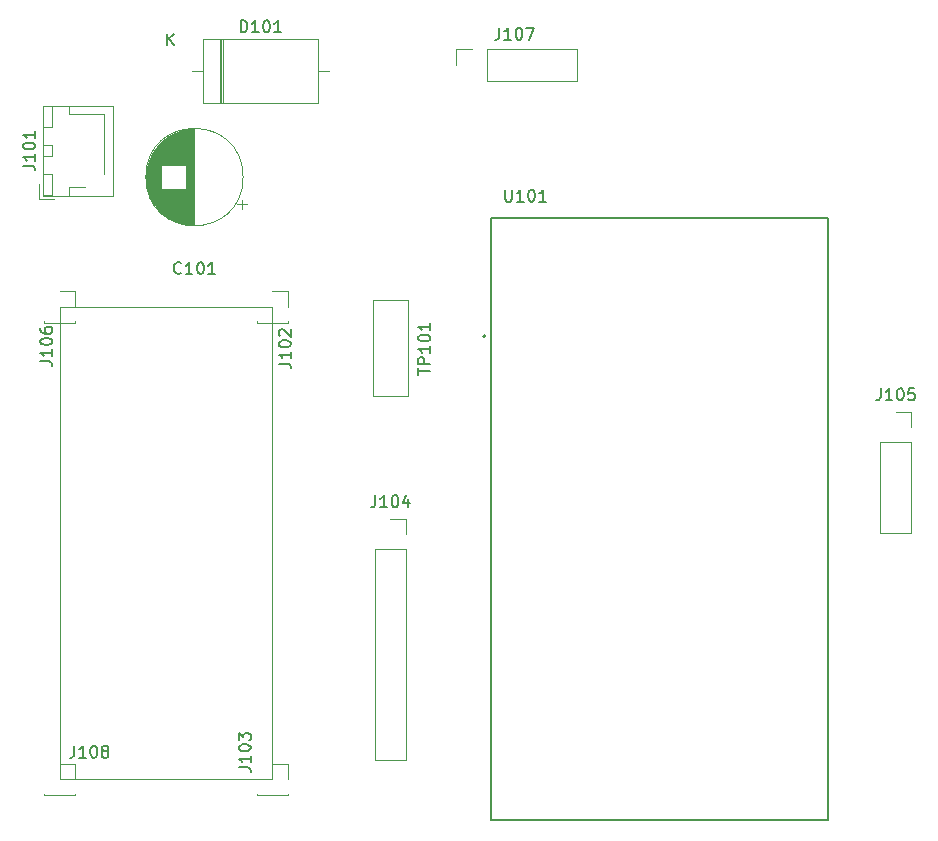
<source format=gbr>
%TF.GenerationSoftware,KiCad,Pcbnew,9.0.4*%
%TF.CreationDate,2025-11-03T20:32:51+05:30*%
%TF.ProjectId,BikeSSv2,42696b65-5353-4763-922e-6b696361645f,rev?*%
%TF.SameCoordinates,Original*%
%TF.FileFunction,Legend,Top*%
%TF.FilePolarity,Positive*%
%FSLAX46Y46*%
G04 Gerber Fmt 4.6, Leading zero omitted, Abs format (unit mm)*
G04 Created by KiCad (PCBNEW 9.0.4) date 2025-11-03 20:32:51*
%MOMM*%
%LPD*%
G01*
G04 APERTURE LIST*
%ADD10C,0.100000*%
%ADD11C,0.150000*%
%ADD12C,0.120000*%
%ADD13C,0.127000*%
%ADD14C,0.200000*%
G04 APERTURE END LIST*
D10*
X64500000Y-103500000D02*
X82500000Y-103500000D01*
X82500000Y-143500000D01*
X64500000Y-143500000D01*
X64500000Y-103500000D01*
D11*
X101714285Y-79854819D02*
X101714285Y-80569104D01*
X101714285Y-80569104D02*
X101666666Y-80711961D01*
X101666666Y-80711961D02*
X101571428Y-80807200D01*
X101571428Y-80807200D02*
X101428571Y-80854819D01*
X101428571Y-80854819D02*
X101333333Y-80854819D01*
X102714285Y-80854819D02*
X102142857Y-80854819D01*
X102428571Y-80854819D02*
X102428571Y-79854819D01*
X102428571Y-79854819D02*
X102333333Y-79997676D01*
X102333333Y-79997676D02*
X102238095Y-80092914D01*
X102238095Y-80092914D02*
X102142857Y-80140533D01*
X103333333Y-79854819D02*
X103428571Y-79854819D01*
X103428571Y-79854819D02*
X103523809Y-79902438D01*
X103523809Y-79902438D02*
X103571428Y-79950057D01*
X103571428Y-79950057D02*
X103619047Y-80045295D01*
X103619047Y-80045295D02*
X103666666Y-80235771D01*
X103666666Y-80235771D02*
X103666666Y-80473866D01*
X103666666Y-80473866D02*
X103619047Y-80664342D01*
X103619047Y-80664342D02*
X103571428Y-80759580D01*
X103571428Y-80759580D02*
X103523809Y-80807200D01*
X103523809Y-80807200D02*
X103428571Y-80854819D01*
X103428571Y-80854819D02*
X103333333Y-80854819D01*
X103333333Y-80854819D02*
X103238095Y-80807200D01*
X103238095Y-80807200D02*
X103190476Y-80759580D01*
X103190476Y-80759580D02*
X103142857Y-80664342D01*
X103142857Y-80664342D02*
X103095238Y-80473866D01*
X103095238Y-80473866D02*
X103095238Y-80235771D01*
X103095238Y-80235771D02*
X103142857Y-80045295D01*
X103142857Y-80045295D02*
X103190476Y-79950057D01*
X103190476Y-79950057D02*
X103238095Y-79902438D01*
X103238095Y-79902438D02*
X103333333Y-79854819D01*
X104000000Y-79854819D02*
X104666666Y-79854819D01*
X104666666Y-79854819D02*
X104238095Y-80854819D01*
X65714285Y-140654819D02*
X65714285Y-141369104D01*
X65714285Y-141369104D02*
X65666666Y-141511961D01*
X65666666Y-141511961D02*
X65571428Y-141607200D01*
X65571428Y-141607200D02*
X65428571Y-141654819D01*
X65428571Y-141654819D02*
X65333333Y-141654819D01*
X66714285Y-141654819D02*
X66142857Y-141654819D01*
X66428571Y-141654819D02*
X66428571Y-140654819D01*
X66428571Y-140654819D02*
X66333333Y-140797676D01*
X66333333Y-140797676D02*
X66238095Y-140892914D01*
X66238095Y-140892914D02*
X66142857Y-140940533D01*
X67333333Y-140654819D02*
X67428571Y-140654819D01*
X67428571Y-140654819D02*
X67523809Y-140702438D01*
X67523809Y-140702438D02*
X67571428Y-140750057D01*
X67571428Y-140750057D02*
X67619047Y-140845295D01*
X67619047Y-140845295D02*
X67666666Y-141035771D01*
X67666666Y-141035771D02*
X67666666Y-141273866D01*
X67666666Y-141273866D02*
X67619047Y-141464342D01*
X67619047Y-141464342D02*
X67571428Y-141559580D01*
X67571428Y-141559580D02*
X67523809Y-141607200D01*
X67523809Y-141607200D02*
X67428571Y-141654819D01*
X67428571Y-141654819D02*
X67333333Y-141654819D01*
X67333333Y-141654819D02*
X67238095Y-141607200D01*
X67238095Y-141607200D02*
X67190476Y-141559580D01*
X67190476Y-141559580D02*
X67142857Y-141464342D01*
X67142857Y-141464342D02*
X67095238Y-141273866D01*
X67095238Y-141273866D02*
X67095238Y-141035771D01*
X67095238Y-141035771D02*
X67142857Y-140845295D01*
X67142857Y-140845295D02*
X67190476Y-140750057D01*
X67190476Y-140750057D02*
X67238095Y-140702438D01*
X67238095Y-140702438D02*
X67333333Y-140654819D01*
X68238095Y-141083390D02*
X68142857Y-141035771D01*
X68142857Y-141035771D02*
X68095238Y-140988152D01*
X68095238Y-140988152D02*
X68047619Y-140892914D01*
X68047619Y-140892914D02*
X68047619Y-140845295D01*
X68047619Y-140845295D02*
X68095238Y-140750057D01*
X68095238Y-140750057D02*
X68142857Y-140702438D01*
X68142857Y-140702438D02*
X68238095Y-140654819D01*
X68238095Y-140654819D02*
X68428571Y-140654819D01*
X68428571Y-140654819D02*
X68523809Y-140702438D01*
X68523809Y-140702438D02*
X68571428Y-140750057D01*
X68571428Y-140750057D02*
X68619047Y-140845295D01*
X68619047Y-140845295D02*
X68619047Y-140892914D01*
X68619047Y-140892914D02*
X68571428Y-140988152D01*
X68571428Y-140988152D02*
X68523809Y-141035771D01*
X68523809Y-141035771D02*
X68428571Y-141083390D01*
X68428571Y-141083390D02*
X68238095Y-141083390D01*
X68238095Y-141083390D02*
X68142857Y-141131009D01*
X68142857Y-141131009D02*
X68095238Y-141178628D01*
X68095238Y-141178628D02*
X68047619Y-141273866D01*
X68047619Y-141273866D02*
X68047619Y-141464342D01*
X68047619Y-141464342D02*
X68095238Y-141559580D01*
X68095238Y-141559580D02*
X68142857Y-141607200D01*
X68142857Y-141607200D02*
X68238095Y-141654819D01*
X68238095Y-141654819D02*
X68428571Y-141654819D01*
X68428571Y-141654819D02*
X68523809Y-141607200D01*
X68523809Y-141607200D02*
X68571428Y-141559580D01*
X68571428Y-141559580D02*
X68619047Y-141464342D01*
X68619047Y-141464342D02*
X68619047Y-141273866D01*
X68619047Y-141273866D02*
X68571428Y-141178628D01*
X68571428Y-141178628D02*
X68523809Y-141131009D01*
X68523809Y-141131009D02*
X68428571Y-141083390D01*
X91214285Y-119444819D02*
X91214285Y-120159104D01*
X91214285Y-120159104D02*
X91166666Y-120301961D01*
X91166666Y-120301961D02*
X91071428Y-120397200D01*
X91071428Y-120397200D02*
X90928571Y-120444819D01*
X90928571Y-120444819D02*
X90833333Y-120444819D01*
X92214285Y-120444819D02*
X91642857Y-120444819D01*
X91928571Y-120444819D02*
X91928571Y-119444819D01*
X91928571Y-119444819D02*
X91833333Y-119587676D01*
X91833333Y-119587676D02*
X91738095Y-119682914D01*
X91738095Y-119682914D02*
X91642857Y-119730533D01*
X92833333Y-119444819D02*
X92928571Y-119444819D01*
X92928571Y-119444819D02*
X93023809Y-119492438D01*
X93023809Y-119492438D02*
X93071428Y-119540057D01*
X93071428Y-119540057D02*
X93119047Y-119635295D01*
X93119047Y-119635295D02*
X93166666Y-119825771D01*
X93166666Y-119825771D02*
X93166666Y-120063866D01*
X93166666Y-120063866D02*
X93119047Y-120254342D01*
X93119047Y-120254342D02*
X93071428Y-120349580D01*
X93071428Y-120349580D02*
X93023809Y-120397200D01*
X93023809Y-120397200D02*
X92928571Y-120444819D01*
X92928571Y-120444819D02*
X92833333Y-120444819D01*
X92833333Y-120444819D02*
X92738095Y-120397200D01*
X92738095Y-120397200D02*
X92690476Y-120349580D01*
X92690476Y-120349580D02*
X92642857Y-120254342D01*
X92642857Y-120254342D02*
X92595238Y-120063866D01*
X92595238Y-120063866D02*
X92595238Y-119825771D01*
X92595238Y-119825771D02*
X92642857Y-119635295D01*
X92642857Y-119635295D02*
X92690476Y-119540057D01*
X92690476Y-119540057D02*
X92738095Y-119492438D01*
X92738095Y-119492438D02*
X92833333Y-119444819D01*
X94023809Y-119778152D02*
X94023809Y-120444819D01*
X93785714Y-119397200D02*
X93547619Y-120111485D01*
X93547619Y-120111485D02*
X94166666Y-120111485D01*
X94854819Y-109214285D02*
X94854819Y-108642857D01*
X95854819Y-108928571D02*
X94854819Y-108928571D01*
X95854819Y-108309523D02*
X94854819Y-108309523D01*
X94854819Y-108309523D02*
X94854819Y-107928571D01*
X94854819Y-107928571D02*
X94902438Y-107833333D01*
X94902438Y-107833333D02*
X94950057Y-107785714D01*
X94950057Y-107785714D02*
X95045295Y-107738095D01*
X95045295Y-107738095D02*
X95188152Y-107738095D01*
X95188152Y-107738095D02*
X95283390Y-107785714D01*
X95283390Y-107785714D02*
X95331009Y-107833333D01*
X95331009Y-107833333D02*
X95378628Y-107928571D01*
X95378628Y-107928571D02*
X95378628Y-108309523D01*
X95854819Y-106785714D02*
X95854819Y-107357142D01*
X95854819Y-107071428D02*
X94854819Y-107071428D01*
X94854819Y-107071428D02*
X94997676Y-107166666D01*
X94997676Y-107166666D02*
X95092914Y-107261904D01*
X95092914Y-107261904D02*
X95140533Y-107357142D01*
X94854819Y-106166666D02*
X94854819Y-106071428D01*
X94854819Y-106071428D02*
X94902438Y-105976190D01*
X94902438Y-105976190D02*
X94950057Y-105928571D01*
X94950057Y-105928571D02*
X95045295Y-105880952D01*
X95045295Y-105880952D02*
X95235771Y-105833333D01*
X95235771Y-105833333D02*
X95473866Y-105833333D01*
X95473866Y-105833333D02*
X95664342Y-105880952D01*
X95664342Y-105880952D02*
X95759580Y-105928571D01*
X95759580Y-105928571D02*
X95807200Y-105976190D01*
X95807200Y-105976190D02*
X95854819Y-106071428D01*
X95854819Y-106071428D02*
X95854819Y-106166666D01*
X95854819Y-106166666D02*
X95807200Y-106261904D01*
X95807200Y-106261904D02*
X95759580Y-106309523D01*
X95759580Y-106309523D02*
X95664342Y-106357142D01*
X95664342Y-106357142D02*
X95473866Y-106404761D01*
X95473866Y-106404761D02*
X95235771Y-106404761D01*
X95235771Y-106404761D02*
X95045295Y-106357142D01*
X95045295Y-106357142D02*
X94950057Y-106309523D01*
X94950057Y-106309523D02*
X94902438Y-106261904D01*
X94902438Y-106261904D02*
X94854819Y-106166666D01*
X95854819Y-104880952D02*
X95854819Y-105452380D01*
X95854819Y-105166666D02*
X94854819Y-105166666D01*
X94854819Y-105166666D02*
X94997676Y-105261904D01*
X94997676Y-105261904D02*
X95092914Y-105357142D01*
X95092914Y-105357142D02*
X95140533Y-105452380D01*
X133989285Y-110384819D02*
X133989285Y-111099104D01*
X133989285Y-111099104D02*
X133941666Y-111241961D01*
X133941666Y-111241961D02*
X133846428Y-111337200D01*
X133846428Y-111337200D02*
X133703571Y-111384819D01*
X133703571Y-111384819D02*
X133608333Y-111384819D01*
X134989285Y-111384819D02*
X134417857Y-111384819D01*
X134703571Y-111384819D02*
X134703571Y-110384819D01*
X134703571Y-110384819D02*
X134608333Y-110527676D01*
X134608333Y-110527676D02*
X134513095Y-110622914D01*
X134513095Y-110622914D02*
X134417857Y-110670533D01*
X135608333Y-110384819D02*
X135703571Y-110384819D01*
X135703571Y-110384819D02*
X135798809Y-110432438D01*
X135798809Y-110432438D02*
X135846428Y-110480057D01*
X135846428Y-110480057D02*
X135894047Y-110575295D01*
X135894047Y-110575295D02*
X135941666Y-110765771D01*
X135941666Y-110765771D02*
X135941666Y-111003866D01*
X135941666Y-111003866D02*
X135894047Y-111194342D01*
X135894047Y-111194342D02*
X135846428Y-111289580D01*
X135846428Y-111289580D02*
X135798809Y-111337200D01*
X135798809Y-111337200D02*
X135703571Y-111384819D01*
X135703571Y-111384819D02*
X135608333Y-111384819D01*
X135608333Y-111384819D02*
X135513095Y-111337200D01*
X135513095Y-111337200D02*
X135465476Y-111289580D01*
X135465476Y-111289580D02*
X135417857Y-111194342D01*
X135417857Y-111194342D02*
X135370238Y-111003866D01*
X135370238Y-111003866D02*
X135370238Y-110765771D01*
X135370238Y-110765771D02*
X135417857Y-110575295D01*
X135417857Y-110575295D02*
X135465476Y-110480057D01*
X135465476Y-110480057D02*
X135513095Y-110432438D01*
X135513095Y-110432438D02*
X135608333Y-110384819D01*
X136846428Y-110384819D02*
X136370238Y-110384819D01*
X136370238Y-110384819D02*
X136322619Y-110861009D01*
X136322619Y-110861009D02*
X136370238Y-110813390D01*
X136370238Y-110813390D02*
X136465476Y-110765771D01*
X136465476Y-110765771D02*
X136703571Y-110765771D01*
X136703571Y-110765771D02*
X136798809Y-110813390D01*
X136798809Y-110813390D02*
X136846428Y-110861009D01*
X136846428Y-110861009D02*
X136894047Y-110956247D01*
X136894047Y-110956247D02*
X136894047Y-111194342D01*
X136894047Y-111194342D02*
X136846428Y-111289580D01*
X136846428Y-111289580D02*
X136798809Y-111337200D01*
X136798809Y-111337200D02*
X136703571Y-111384819D01*
X136703571Y-111384819D02*
X136465476Y-111384819D01*
X136465476Y-111384819D02*
X136370238Y-111337200D01*
X136370238Y-111337200D02*
X136322619Y-111289580D01*
X62854819Y-108085714D02*
X63569104Y-108085714D01*
X63569104Y-108085714D02*
X63711961Y-108133333D01*
X63711961Y-108133333D02*
X63807200Y-108228571D01*
X63807200Y-108228571D02*
X63854819Y-108371428D01*
X63854819Y-108371428D02*
X63854819Y-108466666D01*
X63854819Y-107085714D02*
X63854819Y-107657142D01*
X63854819Y-107371428D02*
X62854819Y-107371428D01*
X62854819Y-107371428D02*
X62997676Y-107466666D01*
X62997676Y-107466666D02*
X63092914Y-107561904D01*
X63092914Y-107561904D02*
X63140533Y-107657142D01*
X62854819Y-106466666D02*
X62854819Y-106371428D01*
X62854819Y-106371428D02*
X62902438Y-106276190D01*
X62902438Y-106276190D02*
X62950057Y-106228571D01*
X62950057Y-106228571D02*
X63045295Y-106180952D01*
X63045295Y-106180952D02*
X63235771Y-106133333D01*
X63235771Y-106133333D02*
X63473866Y-106133333D01*
X63473866Y-106133333D02*
X63664342Y-106180952D01*
X63664342Y-106180952D02*
X63759580Y-106228571D01*
X63759580Y-106228571D02*
X63807200Y-106276190D01*
X63807200Y-106276190D02*
X63854819Y-106371428D01*
X63854819Y-106371428D02*
X63854819Y-106466666D01*
X63854819Y-106466666D02*
X63807200Y-106561904D01*
X63807200Y-106561904D02*
X63759580Y-106609523D01*
X63759580Y-106609523D02*
X63664342Y-106657142D01*
X63664342Y-106657142D02*
X63473866Y-106704761D01*
X63473866Y-106704761D02*
X63235771Y-106704761D01*
X63235771Y-106704761D02*
X63045295Y-106657142D01*
X63045295Y-106657142D02*
X62950057Y-106609523D01*
X62950057Y-106609523D02*
X62902438Y-106561904D01*
X62902438Y-106561904D02*
X62854819Y-106466666D01*
X62854819Y-105276190D02*
X62854819Y-105466666D01*
X62854819Y-105466666D02*
X62902438Y-105561904D01*
X62902438Y-105561904D02*
X62950057Y-105609523D01*
X62950057Y-105609523D02*
X63092914Y-105704761D01*
X63092914Y-105704761D02*
X63283390Y-105752380D01*
X63283390Y-105752380D02*
X63664342Y-105752380D01*
X63664342Y-105752380D02*
X63759580Y-105704761D01*
X63759580Y-105704761D02*
X63807200Y-105657142D01*
X63807200Y-105657142D02*
X63854819Y-105561904D01*
X63854819Y-105561904D02*
X63854819Y-105371428D01*
X63854819Y-105371428D02*
X63807200Y-105276190D01*
X63807200Y-105276190D02*
X63759580Y-105228571D01*
X63759580Y-105228571D02*
X63664342Y-105180952D01*
X63664342Y-105180952D02*
X63426247Y-105180952D01*
X63426247Y-105180952D02*
X63331009Y-105228571D01*
X63331009Y-105228571D02*
X63283390Y-105276190D01*
X63283390Y-105276190D02*
X63235771Y-105371428D01*
X63235771Y-105371428D02*
X63235771Y-105561904D01*
X63235771Y-105561904D02*
X63283390Y-105657142D01*
X63283390Y-105657142D02*
X63331009Y-105704761D01*
X63331009Y-105704761D02*
X63426247Y-105752380D01*
X83054819Y-108285714D02*
X83769104Y-108285714D01*
X83769104Y-108285714D02*
X83911961Y-108333333D01*
X83911961Y-108333333D02*
X84007200Y-108428571D01*
X84007200Y-108428571D02*
X84054819Y-108571428D01*
X84054819Y-108571428D02*
X84054819Y-108666666D01*
X84054819Y-107285714D02*
X84054819Y-107857142D01*
X84054819Y-107571428D02*
X83054819Y-107571428D01*
X83054819Y-107571428D02*
X83197676Y-107666666D01*
X83197676Y-107666666D02*
X83292914Y-107761904D01*
X83292914Y-107761904D02*
X83340533Y-107857142D01*
X83054819Y-106666666D02*
X83054819Y-106571428D01*
X83054819Y-106571428D02*
X83102438Y-106476190D01*
X83102438Y-106476190D02*
X83150057Y-106428571D01*
X83150057Y-106428571D02*
X83245295Y-106380952D01*
X83245295Y-106380952D02*
X83435771Y-106333333D01*
X83435771Y-106333333D02*
X83673866Y-106333333D01*
X83673866Y-106333333D02*
X83864342Y-106380952D01*
X83864342Y-106380952D02*
X83959580Y-106428571D01*
X83959580Y-106428571D02*
X84007200Y-106476190D01*
X84007200Y-106476190D02*
X84054819Y-106571428D01*
X84054819Y-106571428D02*
X84054819Y-106666666D01*
X84054819Y-106666666D02*
X84007200Y-106761904D01*
X84007200Y-106761904D02*
X83959580Y-106809523D01*
X83959580Y-106809523D02*
X83864342Y-106857142D01*
X83864342Y-106857142D02*
X83673866Y-106904761D01*
X83673866Y-106904761D02*
X83435771Y-106904761D01*
X83435771Y-106904761D02*
X83245295Y-106857142D01*
X83245295Y-106857142D02*
X83150057Y-106809523D01*
X83150057Y-106809523D02*
X83102438Y-106761904D01*
X83102438Y-106761904D02*
X83054819Y-106666666D01*
X83150057Y-105952380D02*
X83102438Y-105904761D01*
X83102438Y-105904761D02*
X83054819Y-105809523D01*
X83054819Y-105809523D02*
X83054819Y-105571428D01*
X83054819Y-105571428D02*
X83102438Y-105476190D01*
X83102438Y-105476190D02*
X83150057Y-105428571D01*
X83150057Y-105428571D02*
X83245295Y-105380952D01*
X83245295Y-105380952D02*
X83340533Y-105380952D01*
X83340533Y-105380952D02*
X83483390Y-105428571D01*
X83483390Y-105428571D02*
X84054819Y-105999999D01*
X84054819Y-105999999D02*
X84054819Y-105380952D01*
X102210714Y-93569819D02*
X102210714Y-94379342D01*
X102210714Y-94379342D02*
X102258333Y-94474580D01*
X102258333Y-94474580D02*
X102305952Y-94522200D01*
X102305952Y-94522200D02*
X102401190Y-94569819D01*
X102401190Y-94569819D02*
X102591666Y-94569819D01*
X102591666Y-94569819D02*
X102686904Y-94522200D01*
X102686904Y-94522200D02*
X102734523Y-94474580D01*
X102734523Y-94474580D02*
X102782142Y-94379342D01*
X102782142Y-94379342D02*
X102782142Y-93569819D01*
X103782142Y-94569819D02*
X103210714Y-94569819D01*
X103496428Y-94569819D02*
X103496428Y-93569819D01*
X103496428Y-93569819D02*
X103401190Y-93712676D01*
X103401190Y-93712676D02*
X103305952Y-93807914D01*
X103305952Y-93807914D02*
X103210714Y-93855533D01*
X104401190Y-93569819D02*
X104496428Y-93569819D01*
X104496428Y-93569819D02*
X104591666Y-93617438D01*
X104591666Y-93617438D02*
X104639285Y-93665057D01*
X104639285Y-93665057D02*
X104686904Y-93760295D01*
X104686904Y-93760295D02*
X104734523Y-93950771D01*
X104734523Y-93950771D02*
X104734523Y-94188866D01*
X104734523Y-94188866D02*
X104686904Y-94379342D01*
X104686904Y-94379342D02*
X104639285Y-94474580D01*
X104639285Y-94474580D02*
X104591666Y-94522200D01*
X104591666Y-94522200D02*
X104496428Y-94569819D01*
X104496428Y-94569819D02*
X104401190Y-94569819D01*
X104401190Y-94569819D02*
X104305952Y-94522200D01*
X104305952Y-94522200D02*
X104258333Y-94474580D01*
X104258333Y-94474580D02*
X104210714Y-94379342D01*
X104210714Y-94379342D02*
X104163095Y-94188866D01*
X104163095Y-94188866D02*
X104163095Y-93950771D01*
X104163095Y-93950771D02*
X104210714Y-93760295D01*
X104210714Y-93760295D02*
X104258333Y-93665057D01*
X104258333Y-93665057D02*
X104305952Y-93617438D01*
X104305952Y-93617438D02*
X104401190Y-93569819D01*
X105686904Y-94569819D02*
X105115476Y-94569819D01*
X105401190Y-94569819D02*
X105401190Y-93569819D01*
X105401190Y-93569819D02*
X105305952Y-93712676D01*
X105305952Y-93712676D02*
X105210714Y-93807914D01*
X105210714Y-93807914D02*
X105115476Y-93855533D01*
X79809524Y-80234819D02*
X79809524Y-79234819D01*
X79809524Y-79234819D02*
X80047619Y-79234819D01*
X80047619Y-79234819D02*
X80190476Y-79282438D01*
X80190476Y-79282438D02*
X80285714Y-79377676D01*
X80285714Y-79377676D02*
X80333333Y-79472914D01*
X80333333Y-79472914D02*
X80380952Y-79663390D01*
X80380952Y-79663390D02*
X80380952Y-79806247D01*
X80380952Y-79806247D02*
X80333333Y-79996723D01*
X80333333Y-79996723D02*
X80285714Y-80091961D01*
X80285714Y-80091961D02*
X80190476Y-80187200D01*
X80190476Y-80187200D02*
X80047619Y-80234819D01*
X80047619Y-80234819D02*
X79809524Y-80234819D01*
X81333333Y-80234819D02*
X80761905Y-80234819D01*
X81047619Y-80234819D02*
X81047619Y-79234819D01*
X81047619Y-79234819D02*
X80952381Y-79377676D01*
X80952381Y-79377676D02*
X80857143Y-79472914D01*
X80857143Y-79472914D02*
X80761905Y-79520533D01*
X81952381Y-79234819D02*
X82047619Y-79234819D01*
X82047619Y-79234819D02*
X82142857Y-79282438D01*
X82142857Y-79282438D02*
X82190476Y-79330057D01*
X82190476Y-79330057D02*
X82238095Y-79425295D01*
X82238095Y-79425295D02*
X82285714Y-79615771D01*
X82285714Y-79615771D02*
X82285714Y-79853866D01*
X82285714Y-79853866D02*
X82238095Y-80044342D01*
X82238095Y-80044342D02*
X82190476Y-80139580D01*
X82190476Y-80139580D02*
X82142857Y-80187200D01*
X82142857Y-80187200D02*
X82047619Y-80234819D01*
X82047619Y-80234819D02*
X81952381Y-80234819D01*
X81952381Y-80234819D02*
X81857143Y-80187200D01*
X81857143Y-80187200D02*
X81809524Y-80139580D01*
X81809524Y-80139580D02*
X81761905Y-80044342D01*
X81761905Y-80044342D02*
X81714286Y-79853866D01*
X81714286Y-79853866D02*
X81714286Y-79615771D01*
X81714286Y-79615771D02*
X81761905Y-79425295D01*
X81761905Y-79425295D02*
X81809524Y-79330057D01*
X81809524Y-79330057D02*
X81857143Y-79282438D01*
X81857143Y-79282438D02*
X81952381Y-79234819D01*
X83238095Y-80234819D02*
X82666667Y-80234819D01*
X82952381Y-80234819D02*
X82952381Y-79234819D01*
X82952381Y-79234819D02*
X82857143Y-79377676D01*
X82857143Y-79377676D02*
X82761905Y-79472914D01*
X82761905Y-79472914D02*
X82666667Y-79520533D01*
X73618095Y-81354819D02*
X73618095Y-80354819D01*
X74189523Y-81354819D02*
X73760952Y-80783390D01*
X74189523Y-80354819D02*
X73618095Y-80926247D01*
X61404819Y-91535714D02*
X62119104Y-91535714D01*
X62119104Y-91535714D02*
X62261961Y-91583333D01*
X62261961Y-91583333D02*
X62357200Y-91678571D01*
X62357200Y-91678571D02*
X62404819Y-91821428D01*
X62404819Y-91821428D02*
X62404819Y-91916666D01*
X62404819Y-90535714D02*
X62404819Y-91107142D01*
X62404819Y-90821428D02*
X61404819Y-90821428D01*
X61404819Y-90821428D02*
X61547676Y-90916666D01*
X61547676Y-90916666D02*
X61642914Y-91011904D01*
X61642914Y-91011904D02*
X61690533Y-91107142D01*
X61404819Y-89916666D02*
X61404819Y-89821428D01*
X61404819Y-89821428D02*
X61452438Y-89726190D01*
X61452438Y-89726190D02*
X61500057Y-89678571D01*
X61500057Y-89678571D02*
X61595295Y-89630952D01*
X61595295Y-89630952D02*
X61785771Y-89583333D01*
X61785771Y-89583333D02*
X62023866Y-89583333D01*
X62023866Y-89583333D02*
X62214342Y-89630952D01*
X62214342Y-89630952D02*
X62309580Y-89678571D01*
X62309580Y-89678571D02*
X62357200Y-89726190D01*
X62357200Y-89726190D02*
X62404819Y-89821428D01*
X62404819Y-89821428D02*
X62404819Y-89916666D01*
X62404819Y-89916666D02*
X62357200Y-90011904D01*
X62357200Y-90011904D02*
X62309580Y-90059523D01*
X62309580Y-90059523D02*
X62214342Y-90107142D01*
X62214342Y-90107142D02*
X62023866Y-90154761D01*
X62023866Y-90154761D02*
X61785771Y-90154761D01*
X61785771Y-90154761D02*
X61595295Y-90107142D01*
X61595295Y-90107142D02*
X61500057Y-90059523D01*
X61500057Y-90059523D02*
X61452438Y-90011904D01*
X61452438Y-90011904D02*
X61404819Y-89916666D01*
X62404819Y-88630952D02*
X62404819Y-89202380D01*
X62404819Y-88916666D02*
X61404819Y-88916666D01*
X61404819Y-88916666D02*
X61547676Y-89011904D01*
X61547676Y-89011904D02*
X61642914Y-89107142D01*
X61642914Y-89107142D02*
X61690533Y-89202380D01*
X74783603Y-100609580D02*
X74735984Y-100657200D01*
X74735984Y-100657200D02*
X74593127Y-100704819D01*
X74593127Y-100704819D02*
X74497889Y-100704819D01*
X74497889Y-100704819D02*
X74355032Y-100657200D01*
X74355032Y-100657200D02*
X74259794Y-100561961D01*
X74259794Y-100561961D02*
X74212175Y-100466723D01*
X74212175Y-100466723D02*
X74164556Y-100276247D01*
X74164556Y-100276247D02*
X74164556Y-100133390D01*
X74164556Y-100133390D02*
X74212175Y-99942914D01*
X74212175Y-99942914D02*
X74259794Y-99847676D01*
X74259794Y-99847676D02*
X74355032Y-99752438D01*
X74355032Y-99752438D02*
X74497889Y-99704819D01*
X74497889Y-99704819D02*
X74593127Y-99704819D01*
X74593127Y-99704819D02*
X74735984Y-99752438D01*
X74735984Y-99752438D02*
X74783603Y-99800057D01*
X75735984Y-100704819D02*
X75164556Y-100704819D01*
X75450270Y-100704819D02*
X75450270Y-99704819D01*
X75450270Y-99704819D02*
X75355032Y-99847676D01*
X75355032Y-99847676D02*
X75259794Y-99942914D01*
X75259794Y-99942914D02*
X75164556Y-99990533D01*
X76355032Y-99704819D02*
X76450270Y-99704819D01*
X76450270Y-99704819D02*
X76545508Y-99752438D01*
X76545508Y-99752438D02*
X76593127Y-99800057D01*
X76593127Y-99800057D02*
X76640746Y-99895295D01*
X76640746Y-99895295D02*
X76688365Y-100085771D01*
X76688365Y-100085771D02*
X76688365Y-100323866D01*
X76688365Y-100323866D02*
X76640746Y-100514342D01*
X76640746Y-100514342D02*
X76593127Y-100609580D01*
X76593127Y-100609580D02*
X76545508Y-100657200D01*
X76545508Y-100657200D02*
X76450270Y-100704819D01*
X76450270Y-100704819D02*
X76355032Y-100704819D01*
X76355032Y-100704819D02*
X76259794Y-100657200D01*
X76259794Y-100657200D02*
X76212175Y-100609580D01*
X76212175Y-100609580D02*
X76164556Y-100514342D01*
X76164556Y-100514342D02*
X76116937Y-100323866D01*
X76116937Y-100323866D02*
X76116937Y-100085771D01*
X76116937Y-100085771D02*
X76164556Y-99895295D01*
X76164556Y-99895295D02*
X76212175Y-99800057D01*
X76212175Y-99800057D02*
X76259794Y-99752438D01*
X76259794Y-99752438D02*
X76355032Y-99704819D01*
X77640746Y-100704819D02*
X77069318Y-100704819D01*
X77355032Y-100704819D02*
X77355032Y-99704819D01*
X77355032Y-99704819D02*
X77259794Y-99847676D01*
X77259794Y-99847676D02*
X77164556Y-99942914D01*
X77164556Y-99942914D02*
X77069318Y-99990533D01*
X79654819Y-142485714D02*
X80369104Y-142485714D01*
X80369104Y-142485714D02*
X80511961Y-142533333D01*
X80511961Y-142533333D02*
X80607200Y-142628571D01*
X80607200Y-142628571D02*
X80654819Y-142771428D01*
X80654819Y-142771428D02*
X80654819Y-142866666D01*
X80654819Y-141485714D02*
X80654819Y-142057142D01*
X80654819Y-141771428D02*
X79654819Y-141771428D01*
X79654819Y-141771428D02*
X79797676Y-141866666D01*
X79797676Y-141866666D02*
X79892914Y-141961904D01*
X79892914Y-141961904D02*
X79940533Y-142057142D01*
X79654819Y-140866666D02*
X79654819Y-140771428D01*
X79654819Y-140771428D02*
X79702438Y-140676190D01*
X79702438Y-140676190D02*
X79750057Y-140628571D01*
X79750057Y-140628571D02*
X79845295Y-140580952D01*
X79845295Y-140580952D02*
X80035771Y-140533333D01*
X80035771Y-140533333D02*
X80273866Y-140533333D01*
X80273866Y-140533333D02*
X80464342Y-140580952D01*
X80464342Y-140580952D02*
X80559580Y-140628571D01*
X80559580Y-140628571D02*
X80607200Y-140676190D01*
X80607200Y-140676190D02*
X80654819Y-140771428D01*
X80654819Y-140771428D02*
X80654819Y-140866666D01*
X80654819Y-140866666D02*
X80607200Y-140961904D01*
X80607200Y-140961904D02*
X80559580Y-141009523D01*
X80559580Y-141009523D02*
X80464342Y-141057142D01*
X80464342Y-141057142D02*
X80273866Y-141104761D01*
X80273866Y-141104761D02*
X80035771Y-141104761D01*
X80035771Y-141104761D02*
X79845295Y-141057142D01*
X79845295Y-141057142D02*
X79750057Y-141009523D01*
X79750057Y-141009523D02*
X79702438Y-140961904D01*
X79702438Y-140961904D02*
X79654819Y-140866666D01*
X79654819Y-140199999D02*
X79654819Y-139580952D01*
X79654819Y-139580952D02*
X80035771Y-139914285D01*
X80035771Y-139914285D02*
X80035771Y-139771428D01*
X80035771Y-139771428D02*
X80083390Y-139676190D01*
X80083390Y-139676190D02*
X80131009Y-139628571D01*
X80131009Y-139628571D02*
X80226247Y-139580952D01*
X80226247Y-139580952D02*
X80464342Y-139580952D01*
X80464342Y-139580952D02*
X80559580Y-139628571D01*
X80559580Y-139628571D02*
X80607200Y-139676190D01*
X80607200Y-139676190D02*
X80654819Y-139771428D01*
X80654819Y-139771428D02*
X80654819Y-140057142D01*
X80654819Y-140057142D02*
X80607200Y-140152380D01*
X80607200Y-140152380D02*
X80559580Y-140199999D01*
D12*
%TO.C,J107*%
X98050000Y-81670000D02*
X99380000Y-81670000D01*
X98050000Y-83000000D02*
X98050000Y-81670000D01*
X100650000Y-81670000D02*
X108330000Y-81670000D01*
X100650000Y-84330000D02*
X100650000Y-81670000D01*
X100650000Y-84330000D02*
X108330000Y-84330000D01*
X108330000Y-84330000D02*
X108330000Y-81670000D01*
%TO.C,J108*%
X63170000Y-144710000D02*
X63170000Y-144830000D01*
X63170000Y-144830000D02*
X65830000Y-144830000D01*
X64500000Y-142170000D02*
X65830000Y-142170000D01*
X65830000Y-142170000D02*
X65830000Y-143500000D01*
X65830000Y-144710000D02*
X65830000Y-144830000D01*
%TO.C,J104*%
X91170000Y-124030000D02*
X91170000Y-141870000D01*
X91170000Y-124030000D02*
X93830000Y-124030000D01*
X91170000Y-141870000D02*
X93830000Y-141870000D01*
X92500000Y-121430000D02*
X93830000Y-121430000D01*
X93830000Y-121430000D02*
X93830000Y-122760000D01*
X93830000Y-124030000D02*
X93830000Y-141870000D01*
%TO.C,TP101*%
X91000000Y-111040000D02*
X91000000Y-102940000D01*
X91000000Y-111040000D02*
X94000000Y-111040000D01*
X94000000Y-102940000D02*
X91000000Y-102940000D01*
X94000000Y-102940000D02*
X94000000Y-111040000D01*
%TO.C,J105*%
X133945000Y-114970000D02*
X133945000Y-122650000D01*
X133945000Y-114970000D02*
X136605000Y-114970000D01*
X133945000Y-122650000D02*
X136605000Y-122650000D01*
X135275000Y-112370000D02*
X136605000Y-112370000D01*
X136605000Y-112370000D02*
X136605000Y-113700000D01*
X136605000Y-114970000D02*
X136605000Y-122650000D01*
%TO.C,J106*%
X63170000Y-104710000D02*
X63170000Y-104830000D01*
X63170000Y-104830000D02*
X65830000Y-104830000D01*
X64500000Y-102170000D02*
X65830000Y-102170000D01*
X65830000Y-102170000D02*
X65830000Y-103500000D01*
X65830000Y-104710000D02*
X65830000Y-104830000D01*
%TO.C,J102*%
X81170000Y-104710000D02*
X81170000Y-104830000D01*
X81170000Y-104830000D02*
X83830000Y-104830000D01*
X82500000Y-102170000D02*
X83830000Y-102170000D01*
X83830000Y-102170000D02*
X83830000Y-103500000D01*
X83830000Y-104710000D02*
X83830000Y-104830000D01*
D13*
%TO.C,U101*%
X101000000Y-96000000D02*
X112069000Y-96000000D01*
X101000000Y-96000000D02*
X129510000Y-96000000D01*
X101000000Y-146950000D02*
X101000000Y-96000000D01*
X101000000Y-146950000D02*
X101000000Y-96000000D01*
X101000000Y-146950000D02*
X106370000Y-146950000D01*
X106370000Y-146950000D02*
X124060000Y-146950000D01*
X112069000Y-96000000D02*
X118780000Y-96000000D01*
X118780000Y-96000000D02*
X129510000Y-96000000D01*
X124060000Y-146950000D02*
X129510000Y-146950000D01*
X129510000Y-96000000D02*
X129510000Y-146950000D01*
X129510000Y-96000000D02*
X129510000Y-146950000D01*
X129510000Y-146950000D02*
X101000000Y-146950000D01*
D14*
X100530000Y-105960000D02*
G75*
G02*
X100330000Y-105960000I-100000J0D01*
G01*
X100330000Y-105960000D02*
G75*
G02*
X100530000Y-105960000I100000J0D01*
G01*
D12*
%TO.C,D101*%
X75720000Y-83500000D02*
X76630000Y-83500000D01*
X78055000Y-80780000D02*
X78055000Y-86220000D01*
X78175000Y-80780000D02*
X78175000Y-86220000D01*
X78295000Y-80780000D02*
X78295000Y-86220000D01*
X87280000Y-83500000D02*
X86370000Y-83500000D01*
X76630000Y-80780000D02*
X86370000Y-80780000D01*
X86370000Y-86220000D01*
X76630000Y-86220000D01*
X76630000Y-80780000D01*
%TO.C,J101*%
X62750000Y-93100000D02*
X62750000Y-94350000D01*
X62750000Y-94350000D02*
X64000000Y-94350000D01*
X63040000Y-86440000D02*
X63040000Y-94060000D01*
X63040000Y-94060000D02*
X69010000Y-94060000D01*
X63050000Y-86450000D02*
X63050000Y-88250000D01*
X63050000Y-88250000D02*
X63800000Y-88250000D01*
X63050000Y-89750000D02*
X63050000Y-90750000D01*
X63050000Y-90750000D02*
X63800000Y-90750000D01*
X63050000Y-92250000D02*
X63050000Y-94050000D01*
X63050000Y-94050000D02*
X63800000Y-94050000D01*
X63800000Y-86450000D02*
X63050000Y-86450000D01*
X63800000Y-88250000D02*
X63800000Y-86450000D01*
X63800000Y-89750000D02*
X63050000Y-89750000D01*
X63800000Y-90750000D02*
X63800000Y-89750000D01*
X63800000Y-92250000D02*
X63050000Y-92250000D01*
X63800000Y-94050000D02*
X63800000Y-92250000D01*
X65300000Y-86450000D02*
X65300000Y-87200000D01*
X65300000Y-87200000D02*
X68250000Y-87200000D01*
X65300000Y-93300000D02*
X66640000Y-93300000D01*
X65300000Y-94050000D02*
X65300000Y-93300000D01*
X68250000Y-87200000D02*
X68250000Y-90250000D01*
X68250000Y-90250000D02*
X68250000Y-92240000D01*
X69010000Y-86440000D02*
X63040000Y-86440000D01*
X69010000Y-94060000D02*
X69010000Y-86440000D01*
%TO.C,C101*%
X71822651Y-93033000D02*
X71822651Y-91967000D01*
X71862651Y-93268000D02*
X71862651Y-91732000D01*
X71902651Y-93447000D02*
X71902651Y-91553000D01*
X71942651Y-93597000D02*
X71942651Y-91403000D01*
X71982651Y-93728000D02*
X71982651Y-91272000D01*
X72022651Y-93846000D02*
X72022651Y-91154000D01*
X72062651Y-93953000D02*
X72062651Y-91047000D01*
X72102651Y-94052000D02*
X72102651Y-90948000D01*
X72142651Y-94144000D02*
X72142651Y-90856000D01*
X72182651Y-94231000D02*
X72182651Y-90769000D01*
X72222651Y-94313000D02*
X72222651Y-90687000D01*
X72262651Y-94390000D02*
X72262651Y-90610000D01*
X72302651Y-94464000D02*
X72302651Y-90536000D01*
X72342651Y-94534000D02*
X72342651Y-90466000D01*
X72382651Y-94601000D02*
X72382651Y-90399000D01*
X72422651Y-94665000D02*
X72422651Y-90335000D01*
X72462651Y-94727000D02*
X72462651Y-90273000D01*
X72502651Y-94787000D02*
X72502651Y-90213000D01*
X72542651Y-94844000D02*
X72542651Y-90156000D01*
X72582651Y-94900000D02*
X72582651Y-90100000D01*
X72622651Y-94953000D02*
X72622651Y-90047000D01*
X72662651Y-95005000D02*
X72662651Y-89995000D01*
X72702651Y-95055000D02*
X72702651Y-89945000D01*
X72742651Y-95104000D02*
X72742651Y-89896000D01*
X72782651Y-95151000D02*
X72782651Y-89849000D01*
X72822651Y-95196000D02*
X72822651Y-89804000D01*
X72862651Y-95241000D02*
X72862651Y-89759000D01*
X72902651Y-95284000D02*
X72902651Y-89716000D01*
X72942651Y-95326000D02*
X72942651Y-89674000D01*
X72982651Y-95367000D02*
X72982651Y-89633000D01*
X73022651Y-95406000D02*
X73022651Y-89594000D01*
X73062651Y-95445000D02*
X73062651Y-89555000D01*
X73102651Y-95482000D02*
X73102651Y-89518000D01*
X73142651Y-91460000D02*
X73142651Y-89481000D01*
X73142651Y-95519000D02*
X73142651Y-93540000D01*
X73182651Y-91460000D02*
X73182651Y-89445000D01*
X73182651Y-95555000D02*
X73182651Y-93540000D01*
X73222651Y-91460000D02*
X73222651Y-89411000D01*
X73222651Y-95589000D02*
X73222651Y-93540000D01*
X73262651Y-91460000D02*
X73262651Y-89377000D01*
X73262651Y-95623000D02*
X73262651Y-93540000D01*
X73302651Y-91460000D02*
X73302651Y-89344000D01*
X73302651Y-95656000D02*
X73302651Y-93540000D01*
X73342651Y-91460000D02*
X73342651Y-89312000D01*
X73342651Y-95688000D02*
X73342651Y-93540000D01*
X73382651Y-91460000D02*
X73382651Y-89281000D01*
X73382651Y-95719000D02*
X73382651Y-93540000D01*
X73422651Y-91460000D02*
X73422651Y-89250000D01*
X73422651Y-95750000D02*
X73422651Y-93540000D01*
X73462651Y-91460000D02*
X73462651Y-89220000D01*
X73462651Y-95780000D02*
X73462651Y-93540000D01*
X73502651Y-91460000D02*
X73502651Y-89191000D01*
X73502651Y-95809000D02*
X73502651Y-93540000D01*
X73542651Y-91460000D02*
X73542651Y-89163000D01*
X73542651Y-95837000D02*
X73542651Y-93540000D01*
X73582651Y-91460000D02*
X73582651Y-89135000D01*
X73582651Y-95865000D02*
X73582651Y-93540000D01*
X73622651Y-91460000D02*
X73622651Y-89108000D01*
X73622651Y-95892000D02*
X73622651Y-93540000D01*
X73662651Y-91460000D02*
X73662651Y-89082000D01*
X73662651Y-95918000D02*
X73662651Y-93540000D01*
X73702651Y-91460000D02*
X73702651Y-89057000D01*
X73702651Y-95943000D02*
X73702651Y-93540000D01*
X73742651Y-91460000D02*
X73742651Y-89032000D01*
X73742651Y-95968000D02*
X73742651Y-93540000D01*
X73782651Y-91460000D02*
X73782651Y-89007000D01*
X73782651Y-95993000D02*
X73782651Y-93540000D01*
X73822651Y-91460000D02*
X73822651Y-88984000D01*
X73822651Y-96016000D02*
X73822651Y-93540000D01*
X73862651Y-91460000D02*
X73862651Y-88961000D01*
X73862651Y-96039000D02*
X73862651Y-93540000D01*
X73902651Y-91460000D02*
X73902651Y-88938000D01*
X73902651Y-96062000D02*
X73902651Y-93540000D01*
X73942651Y-91460000D02*
X73942651Y-88916000D01*
X73942651Y-96084000D02*
X73942651Y-93540000D01*
X73982651Y-91460000D02*
X73982651Y-88895000D01*
X73982651Y-96105000D02*
X73982651Y-93540000D01*
X74022651Y-91460000D02*
X74022651Y-88874000D01*
X74022651Y-96126000D02*
X74022651Y-93540000D01*
X74062651Y-91460000D02*
X74062651Y-88854000D01*
X74062651Y-96146000D02*
X74062651Y-93540000D01*
X74102651Y-91460000D02*
X74102651Y-88834000D01*
X74102651Y-96166000D02*
X74102651Y-93540000D01*
X74142651Y-91460000D02*
X74142651Y-88815000D01*
X74142651Y-96185000D02*
X74142651Y-93540000D01*
X74182651Y-91460000D02*
X74182651Y-88796000D01*
X74182651Y-96204000D02*
X74182651Y-93540000D01*
X74222651Y-91460000D02*
X74222651Y-88778000D01*
X74222651Y-96222000D02*
X74222651Y-93540000D01*
X74262651Y-91460000D02*
X74262651Y-88760000D01*
X74262651Y-96240000D02*
X74262651Y-93540000D01*
X74302651Y-91460000D02*
X74302651Y-88743000D01*
X74302651Y-96257000D02*
X74302651Y-93540000D01*
X74342651Y-91460000D02*
X74342651Y-88727000D01*
X74342651Y-96273000D02*
X74342651Y-93540000D01*
X74382651Y-91460000D02*
X74382651Y-88711000D01*
X74382651Y-96289000D02*
X74382651Y-93540000D01*
X74422651Y-91460000D02*
X74422651Y-88695000D01*
X74422651Y-96305000D02*
X74422651Y-93540000D01*
X74462651Y-91460000D02*
X74462651Y-88680000D01*
X74462651Y-96320000D02*
X74462651Y-93540000D01*
X74502651Y-91460000D02*
X74502651Y-88665000D01*
X74502651Y-96335000D02*
X74502651Y-93540000D01*
X74542651Y-91460000D02*
X74542651Y-88651000D01*
X74542651Y-96349000D02*
X74542651Y-93540000D01*
X74582651Y-91460000D02*
X74582651Y-88637000D01*
X74582651Y-96363000D02*
X74582651Y-93540000D01*
X74622651Y-91460000D02*
X74622651Y-88624000D01*
X74622651Y-96376000D02*
X74622651Y-93540000D01*
X74662651Y-91460000D02*
X74662651Y-88611000D01*
X74662651Y-96389000D02*
X74662651Y-93540000D01*
X74702651Y-91460000D02*
X74702651Y-88599000D01*
X74702651Y-96401000D02*
X74702651Y-93540000D01*
X74742651Y-91460000D02*
X74742651Y-88587000D01*
X74742651Y-96413000D02*
X74742651Y-93540000D01*
X74782651Y-91460000D02*
X74782651Y-88575000D01*
X74782651Y-96425000D02*
X74782651Y-93540000D01*
X74822651Y-91460000D02*
X74822651Y-88564000D01*
X74822651Y-96436000D02*
X74822651Y-93540000D01*
X74862651Y-91460000D02*
X74862651Y-88553000D01*
X74862651Y-96447000D02*
X74862651Y-93540000D01*
X74902651Y-91460000D02*
X74902651Y-88543000D01*
X74902651Y-96457000D02*
X74902651Y-93540000D01*
X74942651Y-91460000D02*
X74942651Y-88533000D01*
X74942651Y-96467000D02*
X74942651Y-93540000D01*
X74982651Y-91460000D02*
X74982651Y-88524000D01*
X74982651Y-96476000D02*
X74982651Y-93540000D01*
X75022651Y-91460000D02*
X75022651Y-88515000D01*
X75022651Y-96485000D02*
X75022651Y-93540000D01*
X75062651Y-91460000D02*
X75062651Y-88507000D01*
X75062651Y-96493000D02*
X75062651Y-93540000D01*
X75102651Y-91460000D02*
X75102651Y-88498000D01*
X75102651Y-96502000D02*
X75102651Y-93540000D01*
X75142651Y-91460000D02*
X75142651Y-88491000D01*
X75142651Y-96509000D02*
X75142651Y-93540000D01*
X75182651Y-91460000D02*
X75182651Y-88483000D01*
X75182651Y-96517000D02*
X75182651Y-93540000D01*
X75222651Y-96523000D02*
X75222651Y-88477000D01*
X75262651Y-96530000D02*
X75262651Y-88470000D01*
X75302651Y-96536000D02*
X75302651Y-88464000D01*
X75342651Y-96542000D02*
X75342651Y-88458000D01*
X75382651Y-96547000D02*
X75382651Y-88453000D01*
X75422651Y-96552000D02*
X75422651Y-88448000D01*
X75462651Y-96556000D02*
X75462651Y-88444000D01*
X75502651Y-96561000D02*
X75502651Y-88439000D01*
X75542651Y-96564000D02*
X75542651Y-88436000D01*
X75582651Y-96568000D02*
X75582651Y-88432000D01*
X75622651Y-96570000D02*
X75622651Y-88430000D01*
X75662651Y-96573000D02*
X75662651Y-88427000D01*
X75702651Y-96575000D02*
X75702651Y-88425000D01*
X75742651Y-96577000D02*
X75742651Y-88423000D01*
X75782651Y-96578000D02*
X75782651Y-88422000D01*
X75822651Y-96579000D02*
X75822651Y-88421000D01*
X75862651Y-96580000D02*
X75862651Y-88420000D01*
X75902651Y-96580000D02*
X75902651Y-88420000D01*
X79912349Y-95215000D02*
X79912349Y-94415000D01*
X80312349Y-94815000D02*
X79512349Y-94815000D01*
X80022651Y-92500000D02*
G75*
G02*
X71782651Y-92500000I-4120000J0D01*
G01*
X71782651Y-92500000D02*
G75*
G02*
X80022651Y-92500000I4120000J0D01*
G01*
%TO.C,J103*%
X81170000Y-144710000D02*
X81170000Y-144830000D01*
X81170000Y-144830000D02*
X83830000Y-144830000D01*
X82500000Y-142170000D02*
X83830000Y-142170000D01*
X83830000Y-142170000D02*
X83830000Y-143500000D01*
X83830000Y-144710000D02*
X83830000Y-144830000D01*
%TD*%
M02*

</source>
